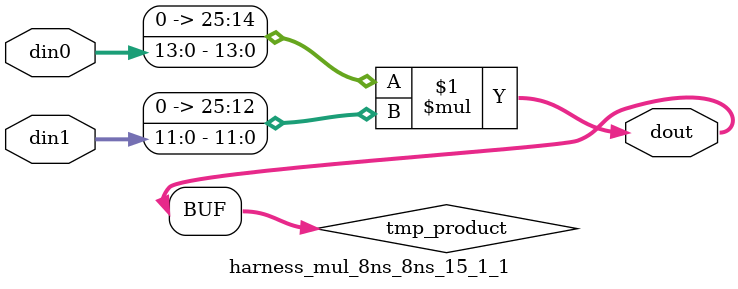
<source format=v>

`timescale 1 ns / 1 ps

 module harness_mul_8ns_8ns_15_1_1(din0, din1, dout);
parameter ID = 1;
parameter NUM_STAGE = 0;
parameter din0_WIDTH = 14;
parameter din1_WIDTH = 12;
parameter dout_WIDTH = 26;

input [din0_WIDTH - 1 : 0] din0; 
input [din1_WIDTH - 1 : 0] din1; 
output [dout_WIDTH - 1 : 0] dout;

wire signed [dout_WIDTH - 1 : 0] tmp_product;
























assign tmp_product = $signed({1'b0, din0}) * $signed({1'b0, din1});











assign dout = tmp_product;





















endmodule

</source>
